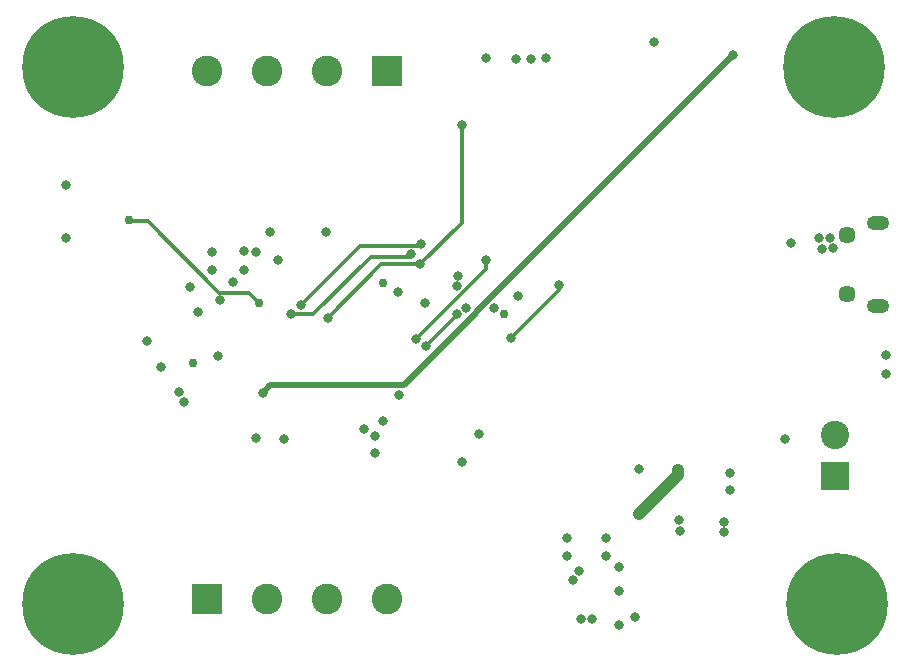
<source format=gbr>
%TF.GenerationSoftware,KiCad,Pcbnew,(5.1.7)-1*%
%TF.CreationDate,2021-01-30T20:15:53-05:00*%
%TF.ProjectId,STM32F4_Eval,53544d33-3246-4345-9f45-76616c2e6b69,rev?*%
%TF.SameCoordinates,Original*%
%TF.FileFunction,Copper,L4,Bot*%
%TF.FilePolarity,Positive*%
%FSLAX46Y46*%
G04 Gerber Fmt 4.6, Leading zero omitted, Abs format (unit mm)*
G04 Created by KiCad (PCBNEW (5.1.7)-1) date 2021-01-30 20:15:53*
%MOMM*%
%LPD*%
G01*
G04 APERTURE LIST*
%TA.AperFunction,ComponentPad*%
%ADD10C,1.450000*%
%TD*%
%TA.AperFunction,ComponentPad*%
%ADD11O,1.900000X1.200000*%
%TD*%
%TA.AperFunction,ComponentPad*%
%ADD12C,8.600000*%
%TD*%
%TA.AperFunction,ComponentPad*%
%ADD13C,0.900000*%
%TD*%
%TA.AperFunction,ComponentPad*%
%ADD14C,2.400000*%
%TD*%
%TA.AperFunction,ComponentPad*%
%ADD15R,2.400000X2.400000*%
%TD*%
%TA.AperFunction,ComponentPad*%
%ADD16R,2.600000X2.600000*%
%TD*%
%TA.AperFunction,ComponentPad*%
%ADD17C,2.600000*%
%TD*%
%TA.AperFunction,ViaPad*%
%ADD18C,0.800000*%
%TD*%
%TA.AperFunction,ViaPad*%
%ADD19C,0.750000*%
%TD*%
%TA.AperFunction,Conductor*%
%ADD20C,0.500000*%
%TD*%
%TA.AperFunction,Conductor*%
%ADD21C,0.300000*%
%TD*%
%TA.AperFunction,Conductor*%
%ADD22C,1.000000*%
%TD*%
G04 APERTURE END LIST*
D10*
%TO.P,J2,6*%
%TO.N,Net-(J2-Pad6)*%
X171787500Y-95000000D03*
X171787500Y-90000000D03*
D11*
X174487500Y-96000000D03*
X174487500Y-89000000D03*
%TD*%
D12*
%TO.P,H2,1*%
%TO.N,GND*%
X106250000Y-121250000D03*
D13*
X109475000Y-121250000D03*
X108530419Y-123530419D03*
X106250000Y-124475000D03*
X103969581Y-123530419D03*
X103025000Y-121250000D03*
X103969581Y-118969581D03*
X106250000Y-118025000D03*
X108530419Y-118969581D03*
%TD*%
D14*
%TO.P,J1,2*%
%TO.N,GND*%
X170800000Y-106900000D03*
D15*
%TO.P,J1,1*%
%TO.N,+12V*%
X170800000Y-110400000D03*
%TD*%
D13*
%TO.P,H3,1*%
%TO.N,GND*%
X173280419Y-118969581D03*
X171000000Y-118025000D03*
X168719581Y-118969581D03*
X167775000Y-121250000D03*
X168719581Y-123530419D03*
X171000000Y-124475000D03*
X173280419Y-123530419D03*
X174225000Y-121250000D03*
D12*
X171000000Y-121250000D03*
%TD*%
D13*
%TO.P,H1,1*%
%TO.N,GND*%
X108530419Y-73469581D03*
X106250000Y-72525000D03*
X103969581Y-73469581D03*
X103025000Y-75750000D03*
X103969581Y-78030419D03*
X106250000Y-78975000D03*
X108530419Y-78030419D03*
X109475000Y-75750000D03*
D12*
X106250000Y-75750000D03*
%TD*%
%TO.P,H4,1*%
%TO.N,GND*%
X170750000Y-75750000D03*
D13*
X173975000Y-75750000D03*
X173030419Y-78030419D03*
X170750000Y-78975000D03*
X168469581Y-78030419D03*
X167525000Y-75750000D03*
X168469581Y-73469581D03*
X170750000Y-72525000D03*
X173030419Y-73469581D03*
%TD*%
D16*
%TO.P,J4,1*%
%TO.N,+3V3*%
X132900000Y-76100000D03*
D17*
%TO.P,J4,2*%
%TO.N,IMU_I2C_SCL*%
X127820000Y-76100000D03*
%TO.P,J4,3*%
%TO.N,IMU_I2C_SDA*%
X122740000Y-76100000D03*
%TO.P,J4,4*%
%TO.N,GND*%
X117660000Y-76100000D03*
%TD*%
%TO.P,J5,4*%
%TO.N,GND*%
X132840000Y-120800000D03*
%TO.P,J5,3*%
%TO.N,UART3_RX*%
X127760000Y-120800000D03*
%TO.P,J5,2*%
%TO.N,UART3_TX*%
X122680000Y-120800000D03*
D16*
%TO.P,J5,1*%
%TO.N,+3V3*%
X117600000Y-120800000D03*
%TD*%
D18*
%TO.N,+3V3*%
X175090000Y-100130000D03*
X105740000Y-85740000D03*
X133920000Y-103530000D03*
X123010000Y-89700000D03*
X127750000Y-89710000D03*
X120800000Y-91370000D03*
X120810000Y-92970000D03*
X124140000Y-107230000D03*
X130930000Y-106440000D03*
X143990000Y-95160000D03*
X139590000Y-96190000D03*
X115250000Y-103300000D03*
X115730000Y-104130000D03*
X151430000Y-115660000D03*
X151430000Y-117180000D03*
X148100000Y-117150000D03*
X148090000Y-115620000D03*
X149120000Y-118410000D03*
X152510000Y-120090000D03*
X152500000Y-118080000D03*
X148640000Y-119160000D03*
X157590000Y-114160000D03*
X157710000Y-115050000D03*
X121770000Y-91410000D03*
D19*
X132550000Y-94020000D03*
D18*
X119800000Y-93990000D03*
X146340000Y-75040000D03*
%TO.N,GND*%
X155450000Y-73650000D03*
X175090000Y-101740000D03*
X133790000Y-94830000D03*
X136100000Y-95770000D03*
X105740000Y-90230000D03*
X118700000Y-95520000D03*
X131840000Y-106990000D03*
X132580000Y-105720000D03*
X131870000Y-108420000D03*
X118060000Y-91460000D03*
X123610000Y-92120000D03*
X118080000Y-92910000D03*
X121800000Y-107210000D03*
X138880000Y-93480000D03*
X138810000Y-94320000D03*
X141940000Y-96200000D03*
X140680000Y-106870000D03*
X118550000Y-100220000D03*
X139210000Y-109210000D03*
X170600000Y-91120000D03*
X170350000Y-90230000D03*
X169670000Y-91140000D03*
X169440000Y-90240000D03*
X150200000Y-122510000D03*
X149290000Y-122500000D03*
X152480000Y-123040000D03*
X153840000Y-122330000D03*
X161940000Y-110120000D03*
X161940000Y-111550000D03*
X166610000Y-107260000D03*
X141260000Y-75040000D03*
X167080000Y-90640000D03*
X113710000Y-101130000D03*
X116860000Y-96510000D03*
X112590000Y-98970000D03*
X116220000Y-94390000D03*
D19*
X116410000Y-100790000D03*
X142800000Y-96700000D03*
D18*
X143770000Y-75060000D03*
X145060000Y-75060000D03*
X161400000Y-114250000D03*
X161370000Y-115120000D03*
X154190000Y-109840000D03*
%TO.N,LED_STATUS*%
X162150000Y-74760000D03*
X122340000Y-103340000D03*
%TO.N,NRST*%
X127875000Y-96975000D03*
X135675000Y-92475000D03*
X139190000Y-80640000D03*
D19*
%TO.N,BOOT0*%
X122030000Y-95710000D03*
X111000000Y-88730000D03*
D18*
%TO.N,BUCK_EN*%
X157500000Y-109920000D03*
X154220000Y-113580000D03*
%TO.N,IMU_INT2*%
X143350000Y-98740000D03*
X147430000Y-94190000D03*
%TO.N,IMU_INT1*%
X136163663Y-99366876D03*
X138770000Y-96640000D03*
%TO.N,IMU_CS*%
X135320000Y-98830000D03*
X141290000Y-92090000D03*
%TO.N,IMU_I2C_SCL*%
X125600000Y-95890000D03*
X135770000Y-90730000D03*
%TO.N,IMU_I2C_SDA*%
X124730000Y-96700000D03*
X134950000Y-91620000D03*
%TD*%
D20*
%TO.N,LED_STATUS*%
X123000001Y-102679999D02*
X122340000Y-103340000D01*
X134358003Y-102679999D02*
X123000001Y-102679999D01*
X140440001Y-96598001D02*
X134358003Y-102679999D01*
X140440001Y-96469999D02*
X140440001Y-96598001D01*
X162150000Y-74760000D02*
X140440001Y-96469999D01*
D21*
%TO.N,NRST*%
X127875000Y-96975000D02*
X132375000Y-92475000D01*
X132375000Y-92475000D02*
X135675000Y-92475000D01*
X139190000Y-88960000D02*
X139190000Y-80640000D01*
X135675000Y-92475000D02*
X139190000Y-88960000D01*
%TO.N,BOOT0*%
X111000000Y-88750000D02*
X111000000Y-88730000D01*
X118659999Y-94859999D02*
X112640000Y-88840000D01*
X121179999Y-94859999D02*
X118659999Y-94859999D01*
X122030000Y-95710000D02*
X121179999Y-94859999D01*
X111110000Y-88840000D02*
X111000000Y-88730000D01*
X112640000Y-88840000D02*
X111110000Y-88840000D01*
D22*
%TO.N,BUCK_EN*%
X157500000Y-110300000D02*
X154220000Y-113580000D01*
X157500000Y-109920000D02*
X157500000Y-110300000D01*
D21*
%TO.N,IMU_INT2*%
X147430000Y-94660000D02*
X147430000Y-94190000D01*
X143350000Y-98740000D02*
X147430000Y-94660000D01*
%TO.N,IMU_INT1*%
X138770000Y-96760539D02*
X138770000Y-96640000D01*
X136163663Y-99366876D02*
X138770000Y-96760539D01*
%TO.N,IMU_CS*%
X135320000Y-98830000D02*
X141290000Y-92860000D01*
X141290000Y-92860000D02*
X141290000Y-92090000D01*
%TO.N,IMU_I2C_SCL*%
X125600000Y-95890000D02*
X130560000Y-90930000D01*
X135570000Y-90930000D02*
X135770000Y-90730000D01*
X130560000Y-90930000D02*
X135570000Y-90930000D01*
%TO.N,IMU_I2C_SDA*%
X124730000Y-96700000D02*
X126640000Y-96700000D01*
X126640000Y-96700000D02*
X131525001Y-91814999D01*
X134755001Y-91814999D02*
X134950000Y-91620000D01*
X131525001Y-91814999D02*
X134755001Y-91814999D01*
%TD*%
M02*

</source>
